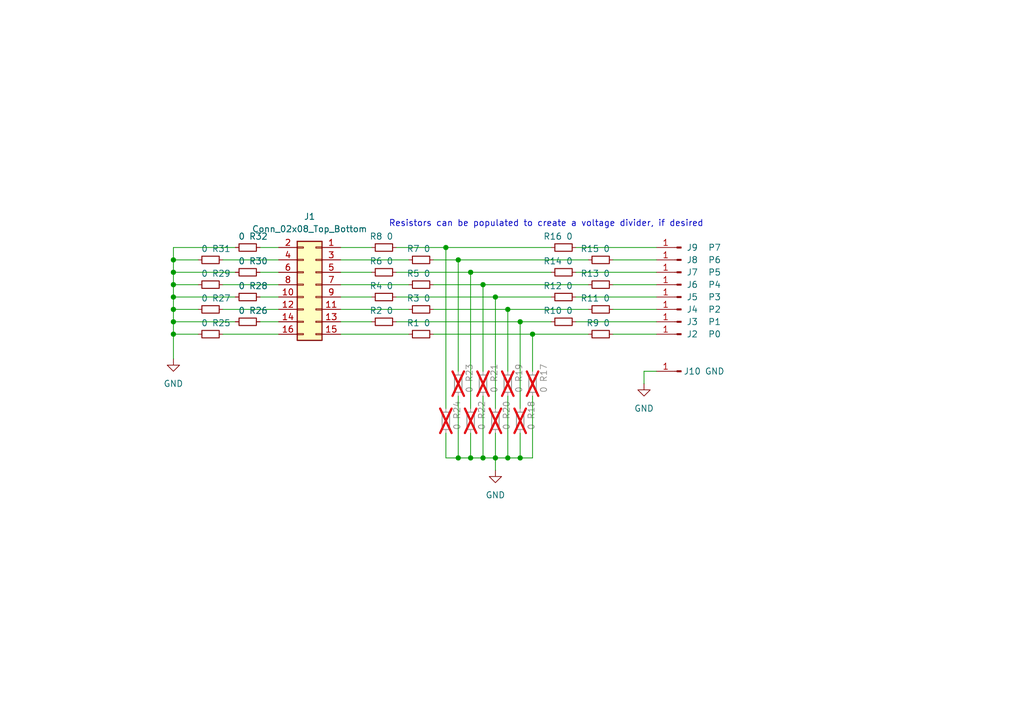
<source format=kicad_sch>
(kicad_sch (version 20231120) (generator "eeschema") (generator_version "8.0")
  (paper "A5")
  (title_block (title "Tektronix TLA Leadset Board") (date "2024-03-19") (rev "1.0") (company "Peter Farley") (comment 1 "Rev 1.0: Initial design"))
  (lib_symbols
    (symbol "Connector:Conn_01x01_Pin" (pin_names (offset 1.016) hide)
      (property "Reference" "J" (at 0 2.54 0))
      (property "Value" "Conn_01x01_Pin" (at 0 -2.54 0))
      (symbol "Conn_01x01_Pin_1_1"
        (polyline (pts (xy 1.27 0) (xy 0.8636 0)) (stroke (width 0.1524)))
        (rectangle (start 0.8636 0.127) (end 0 -0.127) (stroke (width 0.1524)) (fill (type outline)))
        (pin passive line (at 5.08 0 180) (length 3.81) (name "Pin_1") (number "1"))
      )
    )
    (symbol "Connector_Generic:Conn_02x08_Odd_Even" (pin_names (offset 1.016) hide)
      (property "Reference" "J" (at 1.27 10.16 0))
      (property "Value" "Conn_02x08_Odd_Even" (at 1.27 -12.7 0))
      (symbol "Conn_02x08_Odd_Even_1_1"
        (rectangle (start -1.27 -10.033) (end 0 -10.287) (stroke (width 0.1524)))
        (rectangle (start -1.27 -7.493) (end 0 -7.747) (stroke (width 0.1524)))
        (rectangle (start -1.27 -4.953) (end 0 -5.207) (stroke (width 0.1524)))
        (rectangle (start -1.27 -2.413) (end 0 -2.667) (stroke (width 0.1524)))
        (rectangle (start -1.27 0.127) (end 0 -0.127) (stroke (width 0.1524)))
        (rectangle (start -1.27 2.667) (end 0 2.413) (stroke (width 0.1524)))
        (rectangle (start -1.27 5.207) (end 0 4.953) (stroke (width 0.1524)))
        (rectangle (start -1.27 7.747) (end 0 7.493) (stroke (width 0.1524)))
        (rectangle (start -1.27 8.89) (end 3.81 -11.43) (stroke (width 0.254)) (fill (type background)))
        (rectangle (start 3.81 -10.033) (end 2.54 -10.287) (stroke (width 0.1524)))
        (rectangle (start 3.81 -7.493) (end 2.54 -7.747) (stroke (width 0.1524)))
        (rectangle (start 3.81 -4.953) (end 2.54 -5.207) (stroke (width 0.1524)))
        (rectangle (start 3.81 -2.413) (end 2.54 -2.667) (stroke (width 0.1524)))
        (rectangle (start 3.81 0.127) (end 2.54 -0.127) (stroke (width 0.1524)))
        (rectangle (start 3.81 2.667) (end 2.54 2.413) (stroke (width 0.1524)))
        (rectangle (start 3.81 5.207) (end 2.54 4.953) (stroke (width 0.1524)))
        (rectangle (start 3.81 7.747) (end 2.54 7.493) (stroke (width 0.1524)))
        (pin passive line (at -5.08 7.62 0) (length 3.81) (name "Pin_1") (number "1"))
        (pin passive line (at 7.62 -2.54 180) (length 3.81) (name "Pin_10") (number "10"))
        (pin passive line (at -5.08 -5.08 0) (length 3.81) (name "Pin_11") (number "11"))
        (pin passive line (at 7.62 -5.08 180) (length 3.81) (name "Pin_12") (number "12"))
        (pin passive line (at -5.08 -7.62 0) (length 3.81) (name "Pin_13") (number "13"))
        (pin passive line (at 7.62 -7.62 180) (length 3.81) (name "Pin_14") (number "14"))
        (pin passive line (at -5.08 -10.16 0) (length 3.81) (name "Pin_15") (number "15"))
        (pin passive line (at 7.62 -10.16 180) (length 3.81) (name "Pin_16") (number "16"))
        (pin passive line (at 7.62 7.62 180) (length 3.81) (name "Pin_2") (number "2"))
        (pin passive line (at -5.08 5.08 0) (length 3.81) (name "Pin_3") (number "3"))
        (pin passive line (at 7.62 5.08 180) (length 3.81) (name "Pin_4") (number "4"))
        (pin passive line (at -5.08 2.54 0) (length 3.81) (name "Pin_5") (number "5"))
        (pin passive line (at 7.62 2.54 180) (length 3.81) (name "Pin_6") (number "6"))
        (pin passive line (at -5.08 0 0) (length 3.81) (name "Pin_7") (number "7"))
        (pin passive line (at 7.62 0 180) (length 3.81) (name "Pin_8") (number "8"))
        (pin passive line (at -5.08 -2.54 0) (length 3.81) (name "Pin_9") (number "9"))
      )
    )
    (symbol "Device:R_Small" (pin_numbers hide) (pin_names (offset 0.254) hide)
      (property "Reference" "R" (at 0.762 0.508 0))
      (property "Value" "R_Small" (at 0.762 -1.016 0))
      (symbol "R_Small_0_1"
        (rectangle (start -0.762 1.778) (end 0.762 -1.778) (stroke (width 0.2032)))
      )
      (symbol "R_Small_1_1"
        (pin passive line (at 0 2.54 270) (length 0.762) (name "~") (number "1"))
        (pin passive line (at 0 -2.54 90) (length 0.762) (name "~") (number "2"))
      )
    )
    (symbol "power:GND" (power) (pin_numbers hide) (pin_names (offset 0) hide)
      (property "Value" "GND" (at 0 -3.81 0))
      (symbol "GND_0_1"
        (polyline (pts (xy 0 0) (xy 0 -1.27) (xy 1.27 -1.27) (xy 0 -2.54) (xy -1.27 -1.27) (xy 0 -1.27)))
      )
      (symbol "GND_1_1"
        (pin power_in line (at 0 0 270) (length 0) (name "~") (number "1"))
      )
    )
  )
  (junction (at 106.68 93.98))
  (junction (at 96.52 55.88))
  (junction (at 106.68 66.04))
  (junction (at 35.56 58.42))
  (junction (at 101.6 93.98))
  (junction (at 101.6 60.96))
  (junction (at 96.52 93.98))
  (junction (at 99.06 58.42))
  (junction (at 35.56 60.96))
  (junction (at 99.06 93.98))
  (junction (at 35.56 55.88))
  (junction (at 91.44 50.8))
  (junction (at 93.98 53.34))
  (junction (at 104.14 93.98))
  (junction (at 109.22 68.58))
  (junction (at 35.56 66.04))
  (junction (at 35.56 68.58))
  (junction (at 35.56 63.5))
  (junction (at 104.14 63.5))
  (junction (at 93.98 93.98))
  (junction (at 35.56 53.34))
  (wire (pts (xy 88.9 63.5) (xy 104.14 63.5)))
  (wire (pts (xy 118.11 60.96) (xy 134.62 60.96)))
  (wire (pts (xy 101.6 60.96) (xy 113.03 60.96)))
  (wire (pts (xy 93.98 93.98) (xy 96.52 93.98)))
  (wire (pts (xy 88.9 58.42) (xy 99.06 58.42)))
  (wire (pts (xy 69.85 53.34) (xy 83.82 53.34)))
  (wire (pts (xy 35.56 66.04) (xy 35.56 68.58)))
  (wire (pts (xy 106.68 66.04) (xy 106.68 83.82)))
  (wire (pts (xy 69.85 66.04) (xy 76.2 66.04)))
  (wire (pts (xy 57.15 66.04) (xy 53.34 66.04)))
  (wire (pts (xy 69.85 63.5) (xy 83.82 63.5)))
  (wire (pts (xy 104.14 63.5) (xy 120.65 63.5)))
  (wire (pts (xy 125.73 53.34) (xy 134.62 53.34)))
  (wire (pts (xy 57.15 50.8) (xy 53.34 50.8)))
  (wire (pts (xy 48.26 66.04) (xy 35.56 66.04)))
  (wire (pts (xy 35.56 60.96) (xy 35.56 63.5)))
  (wire (pts (xy 106.68 88.9) (xy 106.68 93.98)))
  (wire (pts (xy 109.22 68.58) (xy 120.65 68.58)))
  (wire (pts (xy 40.64 68.58) (xy 35.56 68.58)))
  (wire (pts (xy 35.56 68.58) (xy 35.56 73.66)))
  (wire (pts (xy 35.56 58.42) (xy 35.56 60.96)))
  (wire (pts (xy 96.52 93.98) (xy 99.06 93.98)))
  (wire (pts (xy 40.64 53.34) (xy 35.56 53.34)))
  (wire (pts (xy 91.44 93.98) (xy 93.98 93.98)))
  (wire (pts (xy 91.44 50.8) (xy 113.03 50.8)))
  (wire (pts (xy 81.28 50.8) (xy 91.44 50.8)))
  (wire (pts (xy 93.98 53.34) (xy 120.65 53.34)))
  (wire (pts (xy 125.73 58.42) (xy 134.62 58.42)))
  (wire (pts (xy 35.56 53.34) (xy 35.56 55.88)))
  (wire (pts (xy 109.22 81.28) (xy 109.22 93.98)))
  (wire (pts (xy 88.9 68.58) (xy 109.22 68.58)))
  (wire (pts (xy 57.15 63.5) (xy 45.72 63.5)))
  (wire (pts (xy 118.11 50.8) (xy 134.62 50.8)))
  (wire (pts (xy 48.26 50.8) (xy 35.56 50.8)))
  (wire (pts (xy 109.22 93.98) (xy 106.68 93.98)))
  (wire (pts (xy 101.6 93.98) (xy 101.6 96.52)))
  (wire (pts (xy 96.52 55.88) (xy 96.52 83.82)))
  (wire (pts (xy 104.14 93.98) (xy 101.6 93.98)))
  (wire (pts (xy 91.44 88.9) (xy 91.44 93.98)))
  (wire (pts (xy 109.22 68.58) (xy 109.22 76.2)))
  (wire (pts (xy 40.64 63.5) (xy 35.56 63.5)))
  (wire (pts (xy 99.06 81.28) (xy 99.06 93.98)))
  (wire (pts (xy 101.6 88.9) (xy 101.6 93.98)))
  (wire (pts (xy 57.15 53.34) (xy 45.72 53.34)))
  (wire (pts (xy 125.73 63.5) (xy 134.62 63.5)))
  (wire (pts (xy 35.56 55.88) (xy 35.56 58.42)))
  (wire (pts (xy 91.44 50.8) (xy 91.44 83.82)))
  (wire (pts (xy 69.85 58.42) (xy 83.82 58.42)))
  (wire (pts (xy 99.06 58.42) (xy 120.65 58.42)))
  (wire (pts (xy 106.68 66.04) (xy 113.03 66.04)))
  (wire (pts (xy 125.73 68.58) (xy 134.62 68.58)))
  (wire (pts (xy 69.85 68.58) (xy 83.82 68.58)))
  (wire (pts (xy 40.64 58.42) (xy 35.56 58.42)))
  (wire (pts (xy 48.26 55.88) (xy 35.56 55.88)))
  (wire (pts (xy 106.68 93.98) (xy 104.14 93.98)))
  (wire (pts (xy 57.15 58.42) (xy 45.72 58.42)))
  (wire (pts (xy 81.28 60.96) (xy 101.6 60.96)))
  (wire (pts (xy 104.14 63.5) (xy 104.14 76.2)))
  (wire (pts (xy 81.28 66.04) (xy 106.68 66.04)))
  (wire (pts (xy 93.98 81.28) (xy 93.98 93.98)))
  (wire (pts (xy 88.9 53.34) (xy 93.98 53.34)))
  (wire (pts (xy 132.08 78.74) (xy 132.08 76.2)))
  (wire (pts (xy 118.11 66.04) (xy 134.62 66.04)))
  (wire (pts (xy 35.56 50.8) (xy 35.56 53.34)))
  (wire (pts (xy 48.26 60.96) (xy 35.56 60.96)))
  (wire (pts (xy 93.98 53.34) (xy 93.98 76.2)))
  (wire (pts (xy 81.28 55.88) (xy 96.52 55.88)))
  (wire (pts (xy 96.52 88.9) (xy 96.52 93.98)))
  (wire (pts (xy 96.52 55.88) (xy 113.03 55.88)))
  (wire (pts (xy 132.08 76.2) (xy 134.62 76.2)))
  (wire (pts (xy 101.6 60.96) (xy 101.6 83.82)))
  (wire (pts (xy 118.11 55.88) (xy 134.62 55.88)))
  (wire (pts (xy 104.14 81.28) (xy 104.14 93.98)))
  (wire (pts (xy 69.85 50.8) (xy 76.2 50.8)))
  (wire (pts (xy 99.06 93.98) (xy 101.6 93.98)))
  (wire (pts (xy 57.15 60.96) (xy 53.34 60.96)))
  (wire (pts (xy 69.85 55.88) (xy 76.2 55.88)))
  (wire (pts (xy 69.85 60.96) (xy 76.2 60.96)))
  (wire (pts (xy 57.15 55.88) (xy 53.34 55.88)))
  (wire (pts (xy 35.56 63.5) (xy 35.56 66.04)))
  (wire (pts (xy 57.15 68.58) (xy 45.72 68.58)))
  (wire (pts (xy 99.06 58.42) (xy 99.06 76.2)))
  (text "Resistors can be populated to create a voltage divider, if desired" (at 112.014 45.974 0) (effects (font (size 1.27 1.27))))
  (symbol (lib_id "Device:R_Small") (at 86.36 58.42 90) (unit 1)
    (property "Reference" "R5" (at 86.106 56.134 90) (effects (justify left)))
    (property "Value" "0" (at 86.868 56.134 90) (effects (justify right)))
    (property "Footprint" "Resistor_SMD:R_0603_1608Metric" (effects (hide yes)))
    (property "Description" "Resistor, small symbol" (effects (hide yes)))
  )
  (symbol (lib_id "Device:R_Small") (at 78.74 66.04 90) (unit 1)
    (property "Reference" "R2" (at 78.486 63.754 90) (effects (justify left)))
    (property "Value" "0" (at 79.248 63.754 90) (effects (justify right)))
    (property "Footprint" "Resistor_SMD:R_0603_1608Metric" (effects (hide yes)))
    (property "Description" "Resistor, small symbol" (effects (hide yes)))
  )
  (symbol (lib_id "power:GND") (at 35.56 73.66 0) (mirror y) (unit 1)
    (property "Reference" "#PWR01" (effects (hide yes)))
    (property "Value" "GND" (at 35.56 78.74 0))
    (property "Description" "Power symbol creates a global label with name \"GND\" , ground" (effects (hide yes)))
  )
  (symbol (lib_id "Device:R_Small") (at 86.36 68.58 90) (unit 1)
    (property "Reference" "R1" (at 86.106 66.294 90) (effects (justify left)))
    (property "Value" "0" (at 86.868 66.294 90) (effects (justify right)))
    (property "Footprint" "Resistor_SMD:R_0603_1608Metric" (effects (hide yes)))
    (property "Description" "Resistor, small symbol" (effects (hide yes)))
  )
  (symbol (lib_id "Device:R_Small") (at 50.8 55.88 270) (mirror x) (unit 1)
    (property "Reference" "R30" (at 51.054 53.594 90) (effects (justify left)))
    (property "Value" "0" (at 50.292 53.594 90) (effects (justify right)))
    (property "Footprint" "Resistor_SMD:R_0603_1608Metric" (effects (hide yes)))
    (property "Description" "Resistor, small symbol" (effects (hide yes)))
  )
  (symbol (lib_id "Connector:Conn_01x01_Pin") (at 139.7 68.58 0) (mirror y) (unit 1) (in_bom no)
    (property "Reference" "J2" (at 141.986 68.58 0))
    (property "Value" "P0" (at 146.558 68.58 0))
    (property "Footprint" "Connector_Wire:SolderWire-0.1sqmm_1x01_D0.4mm_OD1mm_Relief2x" (effects (hide yes)))
    (property "Description" "Generic connector, single row, 01x01, script generated" (effects (hide yes)))
  )
  (symbol (lib_id "Device:R_Small") (at 123.19 58.42 90) (unit 1)
    (property "Reference" "R13" (at 122.936 56.134 90) (effects (justify left)))
    (property "Value" "0" (at 123.698 56.134 90) (effects (justify right)))
    (property "Footprint" "Resistor_SMD:R_0603_1608Metric" (effects (hide yes)))
    (property "Description" "Resistor, small symbol" (effects (hide yes)))
  )
  (symbol (lib_id "Device:R_Small") (at 43.18 68.58 270) (mirror x) (unit 1)
    (property "Reference" "R25" (at 43.434 66.294 90) (effects (justify left)))
    (property "Value" "0" (at 42.672 66.294 90) (effects (justify right)))
    (property "Footprint" "Resistor_SMD:R_0603_1608Metric" (effects (hide yes)))
    (property "Description" "Resistor, small symbol" (effects (hide yes)))
  )
  (symbol (lib_id "Device:R_Small") (at 91.44 86.36 0) (unit 1) (dnp yes)
    (property "Reference" "R24" (at 93.726 86.106 90) (effects (justify left)))
    (property "Value" "0" (at 93.726 86.868 90) (effects (justify right)))
    (property "Footprint" "Resistor_SMD:R_0603_1608Metric" (effects (hide yes)))
    (property "Description" "Resistor, small symbol" (effects (hide yes)))
  )
  (symbol (lib_id "Device:R_Small") (at 123.19 68.58 90) (unit 1)
    (property "Reference" "R9" (at 122.936 66.294 90) (effects (justify left)))
    (property "Value" "0" (at 123.698 66.294 90) (effects (justify right)))
    (property "Footprint" "Resistor_SMD:R_0603_1608Metric" (effects (hide yes)))
    (property "Description" "Resistor, small symbol" (effects (hide yes)))
  )
  (symbol (lib_id "Device:R_Small") (at 99.06 78.74 0) (unit 1) (dnp yes)
    (property "Reference" "R21" (at 101.346 78.486 90) (effects (justify left)))
    (property "Value" "0" (at 101.346 79.248 90) (effects (justify right)))
    (property "Footprint" "Resistor_SMD:R_0603_1608Metric" (effects (hide yes)))
    (property "Description" "Resistor, small symbol" (effects (hide yes)))
  )
  (symbol (lib_id "Device:R_Small") (at 106.68 86.36 0) (unit 1) (dnp yes)
    (property "Reference" "R18" (at 108.966 86.106 90) (effects (justify left)))
    (property "Value" "0" (at 108.966 86.868 90) (effects (justify right)))
    (property "Footprint" "Resistor_SMD:R_0603_1608Metric" (effects (hide yes)))
    (property "Description" "Resistor, small symbol" (effects (hide yes)))
  )
  (symbol (lib_id "Device:R_Small") (at 78.74 50.8 90) (unit 1)
    (property "Reference" "R8" (at 78.486 48.514 90) (effects (justify left)))
    (property "Value" "0" (at 79.248 48.514 90) (effects (justify right)))
    (property "Footprint" "Resistor_SMD:R_0603_1608Metric" (effects (hide yes)))
    (property "Description" "Resistor, small symbol" (effects (hide yes)))
  )
  (symbol (lib_id "Device:R_Small") (at 123.19 63.5 90) (unit 1)
    (property "Reference" "R11" (at 122.936 61.214 90) (effects (justify left)))
    (property "Value" "0" (at 123.698 61.214 90) (effects (justify right)))
    (property "Footprint" "Resistor_SMD:R_0603_1608Metric" (effects (hide yes)))
    (property "Description" "Resistor, small symbol" (effects (hide yes)))
  )
  (symbol (lib_id "Device:R_Small") (at 115.57 66.04 90) (unit 1)
    (property "Reference" "R10" (at 115.316 63.754 90) (effects (justify left)))
    (property "Value" "0" (at 116.078 63.754 90) (effects (justify right)))
    (property "Footprint" "Resistor_SMD:R_0603_1608Metric" (effects (hide yes)))
    (property "Description" "Resistor, small symbol" (effects (hide yes)))
  )
  (symbol (lib_id "power:GND") (at 101.6 96.52 0) (mirror y) (unit 1)
    (property "Reference" "#PWR02" (effects (hide yes)))
    (property "Value" "GND" (at 101.6 101.6 0))
    (property "Description" "Power symbol creates a global label with name \"GND\" , ground" (effects (hide yes)))
  )
  (symbol (lib_id "Connector:Conn_01x01_Pin") (at 139.7 50.8 0) (mirror y) (unit 1) (in_bom no)
    (property "Reference" "J9" (at 141.986 50.8 0))
    (property "Value" "P7" (at 146.558 50.8 0))
    (property "Footprint" "Connector_Wire:SolderWire-0.1sqmm_1x01_D0.4mm_OD1mm_Relief2x" (effects (hide yes)))
    (property "Description" "Generic connector, single row, 01x01, script generated" (effects (hide yes)))
  )
  (symbol (lib_id "Device:R_Small") (at 43.18 63.5 270) (mirror x) (unit 1)
    (property "Reference" "R27" (at 43.434 61.214 90) (effects (justify left)))
    (property "Value" "0" (at 42.672 61.214 90) (effects (justify right)))
    (property "Footprint" "Resistor_SMD:R_0603_1608Metric" (effects (hide yes)))
    (property "Description" "Resistor, small symbol" (effects (hide yes)))
  )
  (symbol (lib_id "Connector:Conn_01x01_Pin") (at 139.7 53.34 0) (mirror y) (unit 1) (in_bom no)
    (property "Reference" "J8" (at 141.986 53.34 0))
    (property "Value" "P6" (at 146.558 53.34 0))
    (property "Footprint" "Connector_Wire:SolderWire-0.1sqmm_1x01_D0.4mm_OD1mm_Relief2x" (effects (hide yes)))
    (property "Description" "Generic connector, single row, 01x01, script generated" (effects (hide yes)))
  )
  (symbol (lib_id "Device:R_Small") (at 86.36 53.34 90) (unit 1)
    (property "Reference" "R7" (at 86.106 51.054 90) (effects (justify left)))
    (property "Value" "0" (at 86.868 51.054 90) (effects (justify right)))
    (property "Footprint" "Resistor_SMD:R_0603_1608Metric" (effects (hide yes)))
    (property "Description" "Resistor, small symbol" (effects (hide yes)))
  )
  (symbol (lib_id "Connector:Conn_01x01_Pin") (at 139.7 60.96 0) (mirror y) (unit 1) (in_bom no)
    (property "Reference" "J5" (at 141.986 60.96 0))
    (property "Value" "P3" (at 146.558 60.96 0))
    (property "Footprint" "Connector_Wire:SolderWire-0.1sqmm_1x01_D0.4mm_OD1mm_Relief2x" (effects (hide yes)))
    (property "Description" "Generic connector, single row, 01x01, script generated" (effects (hide yes)))
  )
  (symbol (lib_id "Connector:Conn_01x01_Pin") (at 139.7 76.2 0) (mirror y) (unit 1) (in_bom no)
    (property "Reference" "J10" (at 141.986 76.2 0))
    (property "Value" "GND" (at 146.558 76.2 0))
    (property "Footprint" "Connector_Wire:SolderWire-0.1sqmm_1x01_D0.4mm_OD1mm_Relief2x" (effects (hide yes)))
    (property "Description" "Generic connector, single row, 01x01, script generated" (effects (hide yes)))
  )
  (symbol (lib_id "Device:R_Small") (at 115.57 50.8 90) (unit 1)
    (property "Reference" "R16" (at 115.316 48.514 90) (effects (justify left)))
    (property "Value" "0" (at 116.078 48.514 90) (effects (justify right)))
    (property "Footprint" "Resistor_SMD:R_0603_1608Metric" (effects (hide yes)))
    (property "Description" "Resistor, small symbol" (effects (hide yes)))
  )
  (symbol (lib_id "Connector:Conn_01x01_Pin") (at 139.7 66.04 0) (mirror y) (unit 1) (in_bom no)
    (property "Reference" "J3" (at 141.986 66.04 0))
    (property "Value" "P1" (at 146.558 66.04 0))
    (property "Footprint" "Connector_Wire:SolderWire-0.1sqmm_1x01_D0.4mm_OD1mm_Relief2x" (effects (hide yes)))
    (property "Description" "Generic connector, single row, 01x01, script generated" (effects (hide yes)))
  )
  (symbol (lib_id "Device:R_Small") (at 115.57 55.88 90) (unit 1)
    (property "Reference" "R14" (at 115.316 53.594 90) (effects (justify left)))
    (property "Value" "0" (at 116.078 53.594 90) (effects (justify right)))
    (property "Footprint" "Resistor_SMD:R_0603_1608Metric" (effects (hide yes)))
    (property "Description" "Resistor, small symbol" (effects (hide yes)))
  )
  (symbol (lib_id "Device:R_Small") (at 101.6 86.36 0) (unit 1) (dnp yes)
    (property "Reference" "R20" (at 103.886 86.106 90) (effects (justify left)))
    (property "Value" "0" (at 103.886 86.868 90) (effects (justify right)))
    (property "Footprint" "Resistor_SMD:R_0603_1608Metric" (effects (hide yes)))
    (property "Description" "Resistor, small symbol" (effects (hide yes)))
  )
  (symbol (lib_id "Device:R_Small") (at 78.74 55.88 90) (unit 1)
    (property "Reference" "R6" (at 78.486 53.594 90) (effects (justify left)))
    (property "Value" "0" (at 79.248 53.594 90) (effects (justify right)))
    (property "Footprint" "Resistor_SMD:R_0603_1608Metric" (effects (hide yes)))
    (property "Description" "Resistor, small symbol" (effects (hide yes)))
  )
  (symbol (lib_id "Device:R_Small") (at 104.14 78.74 0) (unit 1) (dnp yes)
    (property "Reference" "R19" (at 106.426 78.486 90) (effects (justify left)))
    (property "Value" "0" (at 106.426 79.248 90) (effects (justify right)))
    (property "Footprint" "Resistor_SMD:R_0603_1608Metric" (effects (hide yes)))
    (property "Description" "Resistor, small symbol" (effects (hide yes)))
  )
  (symbol (lib_id "Device:R_Small") (at 43.18 53.34 270) (mirror x) (unit 1)
    (property "Reference" "R31" (at 43.434 51.054 90) (effects (justify left)))
    (property "Value" "0" (at 42.672 51.054 90) (effects (justify right)))
    (property "Footprint" "Resistor_SMD:R_0603_1608Metric" (effects (hide yes)))
    (property "Description" "Resistor, small symbol" (effects (hide yes)))
  )
  (symbol (lib_id "Device:R_Small") (at 50.8 66.04 270) (mirror x) (unit 1)
    (property "Reference" "R26" (at 51.054 63.754 90) (effects (justify left)))
    (property "Value" "0" (at 50.292 63.754 90) (effects (justify right)))
    (property "Footprint" "Resistor_SMD:R_0603_1608Metric" (effects (hide yes)))
    (property "Description" "Resistor, small symbol" (effects (hide yes)))
  )
  (symbol (lib_id "Device:R_Small") (at 50.8 60.96 270) (mirror x) (unit 1)
    (property "Reference" "R28" (at 51.054 58.674 90) (effects (justify left)))
    (property "Value" "0" (at 50.292 58.674 90) (effects (justify right)))
    (property "Footprint" "Resistor_SMD:R_0603_1608Metric" (effects (hide yes)))
    (property "Description" "Resistor, small symbol" (effects (hide yes)))
  )
  (symbol (lib_id "Connector_Generic:Conn_02x08_Odd_Even") (at 64.77 58.42 0) (mirror y) (unit 1)
    (property "Reference" "J1" (at 63.5 44.45 0))
    (property "Value" "Conn_02x08_Top_Bottom" (at 63.5 46.99 0))
    (property "Footprint" "Connector_PinHeader_2.54mm:PinHeader_2x08_P2.54mm_Vertical" (effects (hide yes)))
    (property "Description" "Generic connector, double row, 02x08, odd/even pin numbering scheme (row 1 odd numbers, row 2 even numbers), script generated (kicad-library-utils/schlib/autogen/connector/)" (effects (hide yes)))
  )
  (symbol (lib_id "Device:R_Small") (at 109.22 78.74 0) (unit 1) (dnp yes)
    (property "Reference" "R17" (at 111.506 78.486 90) (effects (justify left)))
    (property "Value" "0" (at 111.506 79.248 90) (effects (justify right)))
    (property "Footprint" "Resistor_SMD:R_0603_1608Metric" (effects (hide yes)))
    (property "Description" "Resistor, small symbol" (effects (hide yes)))
  )
  (symbol (lib_id "power:GND") (at 132.08 78.74 0) (mirror y) (unit 1)
    (property "Reference" "#PWR03" (effects (hide yes)))
    (property "Value" "GND" (at 132.08 83.82 0))
    (property "Description" "Power symbol creates a global label with name \"GND\" , ground" (effects (hide yes)))
  )
  (symbol (lib_id "Device:R_Small") (at 93.98 78.74 0) (unit 1) (dnp yes)
    (property "Reference" "R23" (at 96.266 78.486 90) (effects (justify left)))
    (property "Value" "0" (at 96.266 79.248 90) (effects (justify right)))
    (property "Footprint" "Resistor_SMD:R_0603_1608Metric" (effects (hide yes)))
    (property "Description" "Resistor, small symbol" (effects (hide yes)))
  )
  (symbol (lib_id "Device:R_Small") (at 50.8 50.8 270) (mirror x) (unit 1)
    (property "Reference" "R32" (at 51.054 48.514 90) (effects (justify left)))
    (property "Value" "0" (at 50.292 48.514 90) (effects (justify right)))
    (property "Footprint" "Resistor_SMD:R_0603_1608Metric" (effects (hide yes)))
    (property "Description" "Resistor, small symbol" (effects (hide yes)))
  )
  (symbol (lib_id "Connector:Conn_01x01_Pin") (at 139.7 63.5 0) (mirror y) (unit 1) (in_bom no)
    (property "Reference" "J4" (at 141.986 63.5 0))
    (property "Value" "P2" (at 146.558 63.5 0))
    (property "Footprint" "Connector_Wire:SolderWire-0.1sqmm_1x01_D0.4mm_OD1mm_Relief2x" (effects (hide yes)))
    (property "Description" "Generic connector, single row, 01x01, script generated" (effects (hide yes)))
  )
  (symbol (lib_id "Device:R_Small") (at 43.18 58.42 270) (mirror x) (unit 1)
    (property "Reference" "R29" (at 43.434 56.134 90) (effects (justify left)))
    (property "Value" "0" (at 42.672 56.134 90) (effects (justify right)))
    (property "Footprint" "Resistor_SMD:R_0603_1608Metric" (effects (hide yes)))
    (property "Description" "Resistor, small symbol" (effects (hide yes)))
  )
  (symbol (lib_id "Device:R_Small") (at 123.19 53.34 90) (unit 1)
    (property "Reference" "R15" (at 122.936 51.054 90) (effects (justify left)))
    (property "Value" "0" (at 123.698 51.054 90) (effects (justify right)))
    (property "Footprint" "Resistor_SMD:R_0603_1608Metric" (effects (hide yes)))
    (property "Description" "Resistor, small symbol" (effects (hide yes)))
  )
  (symbol (lib_id "Device:R_Small") (at 86.36 63.5 90) (unit 1)
    (property "Reference" "R3" (at 86.106 61.214 90) (effects (justify left)))
    (property "Value" "0" (at 86.868 61.214 90) (effects (justify right)))
    (property "Footprint" "Resistor_SMD:R_0603_1608Metric" (effects (hide yes)))
    (property "Description" "Resistor, small symbol" (effects (hide yes)))
  )
  (symbol (lib_id "Connector:Conn_01x01_Pin") (at 139.7 55.88 0) (mirror y) (unit 1) (in_bom no)
    (property "Reference" "J7" (at 141.986 55.88 0))
    (property "Value" "P5" (at 146.558 55.88 0))
    (property "Footprint" "Connector_Wire:SolderWire-0.1sqmm_1x01_D0.4mm_OD1mm_Relief2x" (effects (hide yes)))
    (property "Description" "Generic connector, single row, 01x01, script generated" (effects (hide yes)))
  )
  (symbol (lib_id "Device:R_Small") (at 115.57 60.96 90) (unit 1)
    (property "Reference" "R12" (at 115.316 58.674 90) (effects (justify left)))
    (property "Value" "0" (at 116.078 58.674 90) (effects (justify right)))
    (property "Footprint" "Resistor_SMD:R_0603_1608Metric" (effects (hide yes)))
    (property "Description" "Resistor, small symbol" (effects (hide yes)))
  )
  (symbol (lib_id "Device:R_Small") (at 78.74 60.96 90) (unit 1)
    (property "Reference" "R4" (at 78.486 58.674 90) (effects (justify left)))
    (property "Value" "0" (at 79.248 58.674 90) (effects (justify right)))
    (property "Footprint" "Resistor_SMD:R_0603_1608Metric" (effects (hide yes)))
    (property "Description" "Resistor, small symbol" (effects (hide yes)))
  )
  (symbol (lib_id "Device:R_Small") (at 96.52 86.36 0) (unit 1) (dnp yes)
    (property "Reference" "R22" (at 98.806 86.106 90) (effects (justify left)))
    (property "Value" "0" (at 98.806 86.868 90) (effects (justify right)))
    (property "Footprint" "Resistor_SMD:R_0603_1608Metric" (effects (hide yes)))
    (property "Description" "Resistor, small symbol" (effects (hide yes)))
  )
  (symbol (lib_id "Connector:Conn_01x01_Pin") (at 139.7 58.42 0) (mirror y) (unit 1) (in_bom no)
    (property "Reference" "J6" (at 141.986 58.42 0))
    (property "Value" "P4" (at 146.558 58.42 0))
    (property "Footprint" "Connector_Wire:SolderWire-0.1sqmm_1x01_D0.4mm_OD1mm_Relief2x" (effects (hide yes)))
    (property "Description" "Generic connector, single row, 01x01, script generated" (effects (hide yes)))
  )
)
</source>
